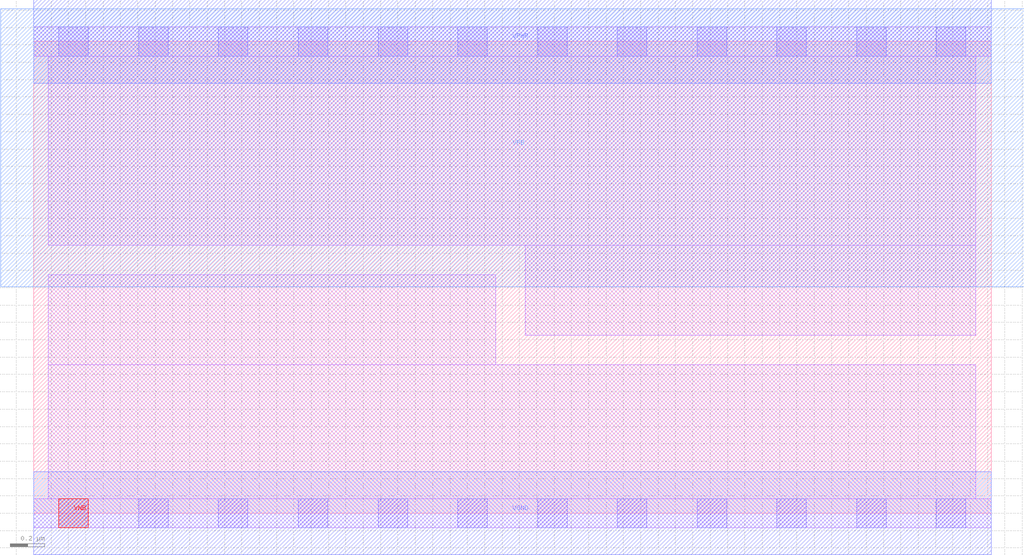
<source format=lef>
# Copyright 2020 The SkyWater PDK Authors
#
# Licensed under the Apache License, Version 2.0 (the "License");
# you may not use this file except in compliance with the License.
# You may obtain a copy of the License at
#
#     https://www.apache.org/licenses/LICENSE-2.0
#
# Unless required by applicable law or agreed to in writing, software
# distributed under the License is distributed on an "AS IS" BASIS,
# WITHOUT WARRANTIES OR CONDITIONS OF ANY KIND, either express or implied.
# See the License for the specific language governing permissions and
# limitations under the License.
#
# SPDX-License-Identifier: Apache-2.0

VERSION 5.7 ;
  NOWIREEXTENSIONATPIN ON ;
  DIVIDERCHAR "/" ;
  BUSBITCHARS "[]" ;
PROPERTYDEFINITIONS
  MACRO maskLayoutSubType STRING ;
  MACRO prCellType STRING ;
  MACRO originalViewName STRING ;
END PROPERTYDEFINITIONS
MACRO sky130_fd_sc_hdll__decap_12
  CLASS CORE ;
  FOREIGN sky130_fd_sc_hdll__decap_12 ;
  ORIGIN  0.000000  0.000000 ;
  SIZE  5.520000 BY  2.720000 ;
  SYMMETRY X Y R90 ;
  SITE unithd ;
  PIN VGND
    DIRECTION INOUT ;
    USE GROUND ;
    PORT
      LAYER met1 ;
        RECT 0.000000 -0.240000 5.520000 0.240000 ;
    END
  END VGND
  PIN VNB
    DIRECTION INOUT ;
    USE GROUND ;
    PORT
      LAYER pwell ;
        RECT 0.145000 -0.085000 0.315000 0.085000 ;
    END
  END VNB
  PIN VPB
    DIRECTION INOUT ;
    USE POWER ;
    PORT
      LAYER nwell ;
        RECT -0.190000 1.305000 5.710000 2.910000 ;
    END
  END VPB
  PIN VPWR
    DIRECTION INOUT ;
    USE POWER ;
    PORT
      LAYER met1 ;
        RECT 0.000000 2.480000 5.520000 2.960000 ;
    END
  END VPWR
  OBS
    LAYER li1 ;
      RECT 0.000000 -0.085000 5.520000 0.085000 ;
      RECT 0.000000  2.635000 5.520000 2.805000 ;
      RECT 0.085000  0.085000 5.430000 0.855000 ;
      RECT 0.085000  0.855000 2.665000 1.375000 ;
      RECT 0.085000  1.545000 5.430000 2.635000 ;
      RECT 2.835000  1.025000 5.430000 1.545000 ;
    LAYER mcon ;
      RECT 0.145000 -0.085000 0.315000 0.085000 ;
      RECT 0.145000  2.635000 0.315000 2.805000 ;
      RECT 0.605000 -0.085000 0.775000 0.085000 ;
      RECT 0.605000  2.635000 0.775000 2.805000 ;
      RECT 1.065000 -0.085000 1.235000 0.085000 ;
      RECT 1.065000  2.635000 1.235000 2.805000 ;
      RECT 1.525000 -0.085000 1.695000 0.085000 ;
      RECT 1.525000  2.635000 1.695000 2.805000 ;
      RECT 1.985000 -0.085000 2.155000 0.085000 ;
      RECT 1.985000  2.635000 2.155000 2.805000 ;
      RECT 2.445000 -0.085000 2.615000 0.085000 ;
      RECT 2.445000  2.635000 2.615000 2.805000 ;
      RECT 2.905000 -0.085000 3.075000 0.085000 ;
      RECT 2.905000  2.635000 3.075000 2.805000 ;
      RECT 3.365000 -0.085000 3.535000 0.085000 ;
      RECT 3.365000  2.635000 3.535000 2.805000 ;
      RECT 3.825000 -0.085000 3.995000 0.085000 ;
      RECT 3.825000  2.635000 3.995000 2.805000 ;
      RECT 4.285000 -0.085000 4.455000 0.085000 ;
      RECT 4.285000  2.635000 4.455000 2.805000 ;
      RECT 4.745000 -0.085000 4.915000 0.085000 ;
      RECT 4.745000  2.635000 4.915000 2.805000 ;
      RECT 5.205000 -0.085000 5.375000 0.085000 ;
      RECT 5.205000  2.635000 5.375000 2.805000 ;
  END
  PROPERTY maskLayoutSubType "abstract" ;
  PROPERTY prCellType "standard" ;
  PROPERTY originalViewName "layout" ;
END sky130_fd_sc_hdll__decap_12
END LIBRARY

</source>
